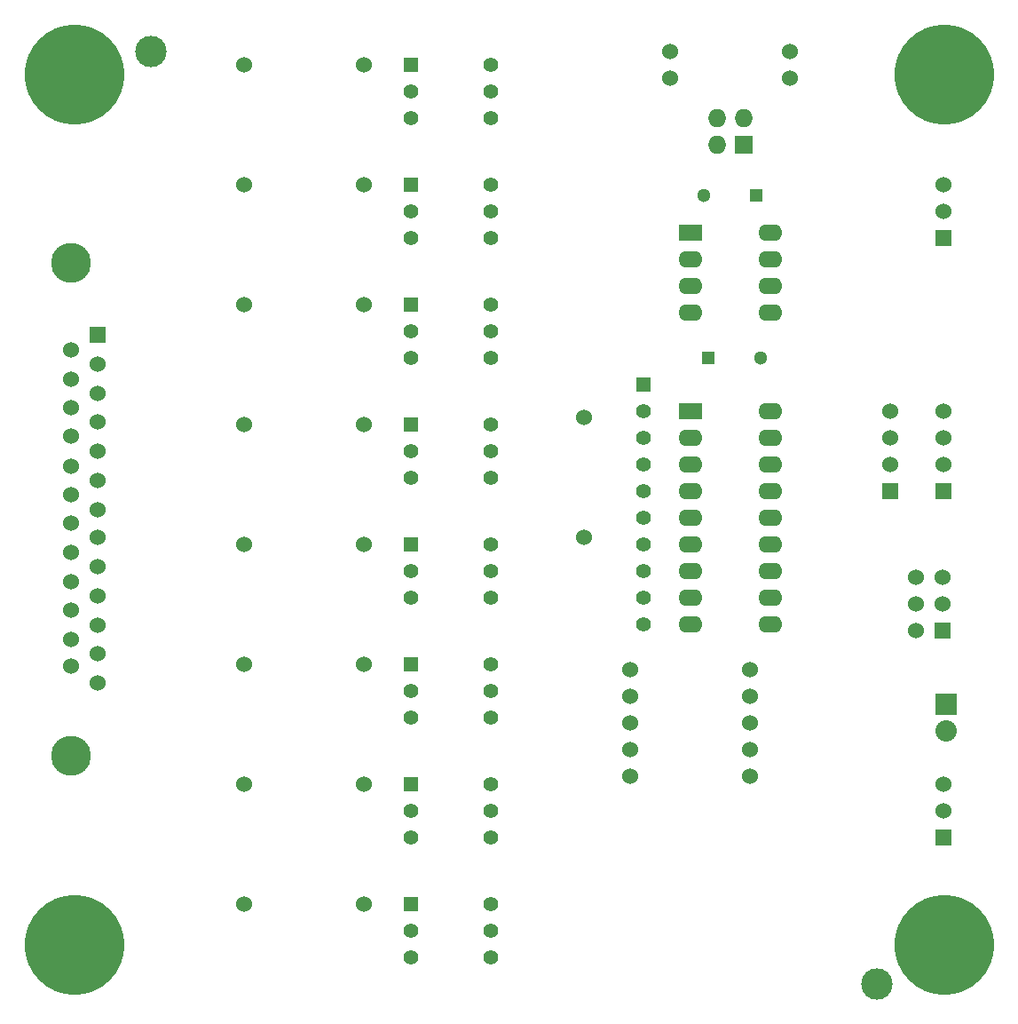
<source format=gts>
G04 #@! TF.FileFunction,Soldermask,Top*
%FSLAX46Y46*%
G04 Gerber Fmt 4.6, Leading zero omitted, Abs format (unit mm)*
G04 Created by KiCad (PCBNEW (after 2015-mar-04 BZR unknown)-product) date 5/18/2015 7:58:23 PM*
%MOMM*%
G01*
G04 APERTURE LIST*
%ADD10C,0.150000*%
%ADD11C,1.524000*%
%ADD12R,1.397000X1.397000*%
%ADD13C,1.397000*%
%ADD14C,3.810000*%
%ADD15R,1.524000X1.524000*%
%ADD16C,3.000000*%
%ADD17C,9.525000*%
%ADD18R,2.032000X2.032000*%
%ADD19O,2.032000X2.032000*%
%ADD20R,1.727200X1.727200*%
%ADD21O,1.727200X1.727200*%
%ADD22R,1.300000X1.300000*%
%ADD23C,1.300000*%
%ADD24R,2.286000X1.574800*%
%ADD25O,2.286000X1.574800*%
G04 APERTURE END LIST*
D10*
D11*
X32225000Y-72230000D03*
X43655000Y-72230000D03*
X32225000Y-95090000D03*
X43655000Y-95090000D03*
X32225000Y-83660000D03*
X43655000Y-83660000D03*
X32225000Y-60800000D03*
X43655000Y-60800000D03*
X32225000Y-49370000D03*
X43655000Y-49370000D03*
X32225000Y-37940000D03*
X43655000Y-37940000D03*
X32225000Y-26510000D03*
X43655000Y-26510000D03*
X32225000Y-15080000D03*
X43655000Y-15080000D03*
D12*
X48100000Y-15080000D03*
D13*
X48100000Y-17620000D03*
X48100000Y-20160000D03*
X55720000Y-20160000D03*
X55720000Y-17620000D03*
X55720000Y-15080000D03*
D12*
X48100000Y-95090000D03*
D13*
X48100000Y-97630000D03*
X48100000Y-100170000D03*
X55720000Y-100170000D03*
X55720000Y-97630000D03*
X55720000Y-95090000D03*
D12*
X48100000Y-83660000D03*
D13*
X48100000Y-86200000D03*
X48100000Y-88740000D03*
X55720000Y-88740000D03*
X55720000Y-86200000D03*
X55720000Y-83660000D03*
D12*
X48100000Y-72230000D03*
D13*
X48100000Y-74770000D03*
X48100000Y-77310000D03*
X55720000Y-77310000D03*
X55720000Y-74770000D03*
X55720000Y-72230000D03*
D12*
X48100000Y-60800000D03*
D13*
X48100000Y-63340000D03*
X48100000Y-65880000D03*
X55720000Y-65880000D03*
X55720000Y-63340000D03*
X55720000Y-60800000D03*
D12*
X48100000Y-49370000D03*
D13*
X48100000Y-51910000D03*
X48100000Y-54450000D03*
X55720000Y-54450000D03*
X55720000Y-51910000D03*
X55720000Y-49370000D03*
D12*
X48100000Y-37940000D03*
D13*
X48100000Y-40480000D03*
X48100000Y-43020000D03*
X55720000Y-43020000D03*
X55720000Y-40480000D03*
X55720000Y-37940000D03*
D12*
X48100000Y-26510000D03*
D13*
X48100000Y-29050000D03*
X48100000Y-31590000D03*
X55720000Y-31590000D03*
X55720000Y-29050000D03*
X55720000Y-26510000D03*
D14*
X15730000Y-34005000D03*
X15730000Y-80995000D03*
D11*
X18270000Y-74010000D03*
X18270000Y-71216000D03*
X18270000Y-68549000D03*
X18270000Y-65755000D03*
X18270000Y-62961000D03*
X18270000Y-60167000D03*
X18270000Y-57500000D03*
X18270000Y-54706000D03*
X18270000Y-51912000D03*
X18270000Y-49118000D03*
X18270000Y-46451000D03*
X18270000Y-43657000D03*
D15*
X18270000Y-40863000D03*
D11*
X15730000Y-72435200D03*
X15730000Y-69895200D03*
X15730000Y-67101200D03*
X15730000Y-64358000D03*
X15730000Y-61614800D03*
X15730000Y-58820800D03*
X15730000Y-56077600D03*
X15730000Y-53334400D03*
X15730000Y-50489600D03*
X15730000Y-47797200D03*
X15730000Y-45054000D03*
X15730000Y-42260000D03*
D15*
X98840000Y-69065000D03*
D11*
X96300000Y-69065000D03*
X98840000Y-66525000D03*
X96300000Y-66525000D03*
X98840000Y-63985000D03*
X96300000Y-63985000D03*
D12*
X70325000Y-45560000D03*
D13*
X70325000Y-48100000D03*
X70325000Y-50640000D03*
X70325000Y-53180000D03*
X70325000Y-55720000D03*
X70325000Y-58260000D03*
X70325000Y-60800000D03*
X70325000Y-63340000D03*
X70325000Y-65880000D03*
X70325000Y-68420000D03*
D16*
X23335000Y-13810000D03*
X92550000Y-102710000D03*
D15*
X93820000Y-55720000D03*
D11*
X93820000Y-53180000D03*
X93820000Y-50640000D03*
X93820000Y-48100000D03*
D17*
X99000000Y-99000000D03*
X99000000Y-16000000D03*
X16000000Y-99000000D03*
X16000000Y-16000000D03*
D15*
X98900000Y-55720000D03*
D11*
X98900000Y-53180000D03*
X98900000Y-50640000D03*
X98900000Y-48100000D03*
D15*
X98900000Y-88740000D03*
D11*
X98900000Y-86200000D03*
X98900000Y-83660000D03*
D15*
X98900000Y-31590000D03*
D11*
X98900000Y-29050000D03*
X98900000Y-26510000D03*
D18*
X99154000Y-76040000D03*
D19*
X99154000Y-78580000D03*
D11*
X69055000Y-75278000D03*
X80485000Y-75278000D03*
X69055000Y-77818000D03*
X80485000Y-77818000D03*
X69055000Y-80358000D03*
X80485000Y-80358000D03*
X64610000Y-48735000D03*
X64610000Y-60165000D03*
X69055000Y-72738000D03*
X80485000Y-72738000D03*
X69055000Y-82898000D03*
X80485000Y-82898000D03*
D20*
X79850000Y-22700000D03*
D21*
X77310000Y-22700000D03*
X79850000Y-20160000D03*
X77310000Y-20160000D03*
D11*
X84295000Y-13810000D03*
X72865000Y-13810000D03*
X84295000Y-16350000D03*
X72865000Y-16350000D03*
D22*
X81060000Y-27536000D03*
D23*
X76060000Y-27536000D03*
D22*
X76488000Y-43030000D03*
D23*
X81488000Y-43030000D03*
D24*
X74770000Y-31082000D03*
D25*
X74770000Y-33622000D03*
X74770000Y-36162000D03*
X74770000Y-38702000D03*
X82390000Y-38702000D03*
X82390000Y-36162000D03*
X82390000Y-33622000D03*
X82390000Y-31082000D03*
D24*
X74770000Y-48100000D03*
D25*
X74770000Y-50640000D03*
X74770000Y-53180000D03*
X74770000Y-55720000D03*
X74770000Y-58260000D03*
X74770000Y-60800000D03*
X74770000Y-63340000D03*
X74770000Y-65880000D03*
X74770000Y-68420000D03*
X82390000Y-68420000D03*
X82390000Y-65880000D03*
X82390000Y-63340000D03*
X82390000Y-60800000D03*
X82390000Y-58260000D03*
X82390000Y-55720000D03*
X82390000Y-53180000D03*
X82390000Y-50640000D03*
X82390000Y-48100000D03*
M02*

</source>
